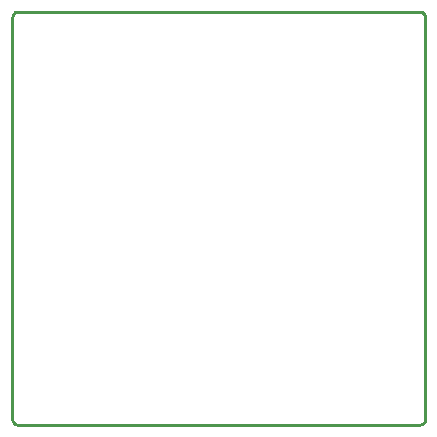
<source format=gm1>
G04*
G04 #@! TF.GenerationSoftware,Altium Limited,Altium Designer,19.1.8 (144)*
G04*
G04 Layer_Color=16711935*
%FSLAX25Y25*%
%MOIN*%
G70*
G01*
G75*
%ADD15C,0.01000*%
D15*
X0Y1969D02*
X264Y984D01*
X984Y264D01*
X1969Y0D01*
X135827D02*
X136811Y264D01*
X137531Y984D01*
X137795Y1969D01*
Y135827D02*
X137531Y136811D01*
X136811Y137531D01*
X135827Y137795D01*
X1969D02*
X984Y137531D01*
X264Y136811D01*
X0Y135827D01*
Y1969D02*
Y135827D01*
X1969Y137795D02*
X135827D01*
X137795Y1969D02*
Y135827D01*
X1969Y0D02*
X135827D01*
M02*

</source>
